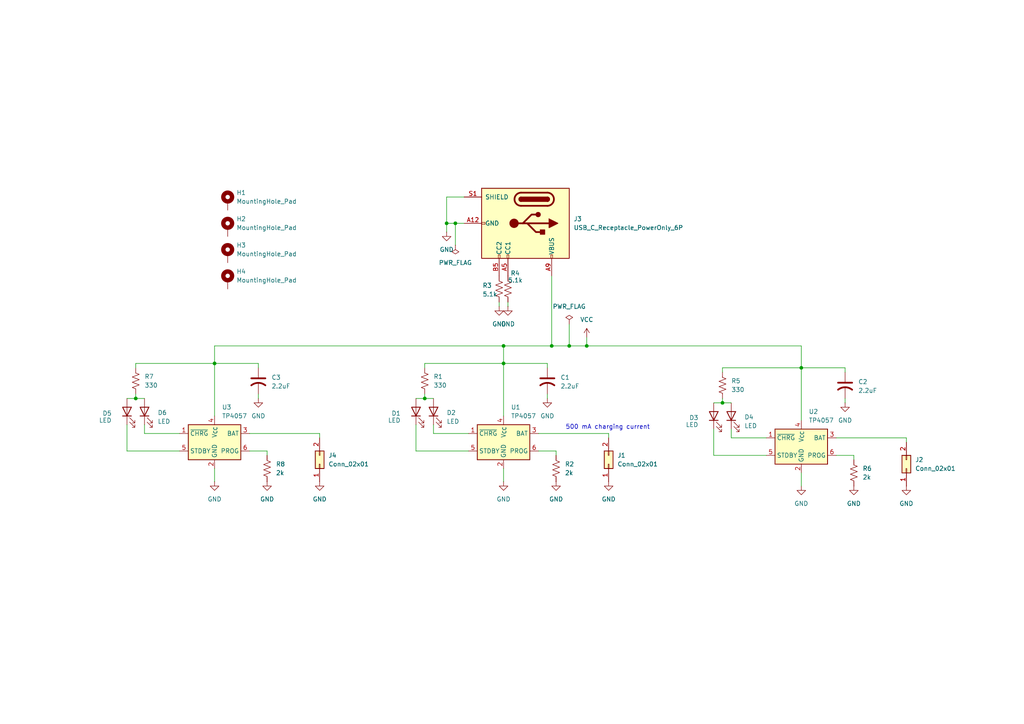
<source format=kicad_sch>
(kicad_sch (version 20250114) (generator "eeschema") (generator_version "9.0")
  (paper "A4")
  (lib_symbols
    (symbol "Battery_Management:TP4057"
      (property "Reference" "U" (at -6.35 6.604 0))
      (property "Value" "TP4057" (at 1.524 6.604 0))
      (symbol "TP4057_0_1"
        (rectangle (start -7.62 5.08) (end 7.62 -5.08) (stroke (width 0.254)) (fill (type background)))
      )
      (symbol "TP4057_1_1"
        (pin open_collector line (at -10.16 2.54 0) (length 2.54) (name "~{CHRG}") (number "1"))
        (pin open_collector line (at -10.16 -2.54 0) (length 2.54) (name "STDBY") (number "5"))
        (pin power_in line (at 0 7.62 270) (length 2.54) (name "V_{CC}") (number "4"))
        (pin power_in line (at 0 -7.62 90) (length 2.54) (name "GND") (number "2"))
        (pin power_out line (at 10.16 2.54 180) (length 2.54) (name "BAT") (number "3"))
        (pin passive line (at 10.16 -2.54 180) (length 2.54) (name "PROG") (number "6"))
      )
    )
    (symbol "Connector:USB_C_Receptacle_PowerOnly_6P" (pin_names (offset 1.016))
      (property "Reference" "J" (at 0 16.51 0))
      (property "Value" "USB_C_Receptacle_PowerOnly_6P" (at 0 13.97 0))
      (symbol "USB_C_Receptacle_PowerOnly_6P_0_0"
        (rectangle (start -0.254 -12.7) (end 0.254 -11.684))
        (rectangle (start 10.16 7.874) (end 9.144 7.366))
        (rectangle (start 10.16 -4.826) (end 9.144 -5.334))
        (rectangle (start 10.16 -7.366) (end 9.144 -7.874))
      )
      (symbol "USB_C_Receptacle_PowerOnly_6P_0_1"
        (rectangle (start -10.16 12.7) (end 10.16 -12.7) (stroke (width 0.254)) (fill (type background)))
        (polyline (pts (xy -8.89 -1.27) (xy -8.89 6.35)) (stroke (width 0.508)))
        (rectangle (start -7.62 -1.27) (end -6.35 6.35) (stroke (width 0.254)) (fill (type outline)))
        (arc (start -7.62 6.35) (mid -6.985 6.9823) (end -6.35 6.35) (stroke (width 0.254)))
        (arc (start -7.62 6.35) (mid -6.985 6.9823) (end -6.35 6.35) (stroke (width 0.254)) (fill (type outline)))
        (arc (start -8.89 6.35) (mid -6.985 8.2467) (end -5.08 6.35) (stroke (width 0.508)))
        (arc (start -5.08 -1.27) (mid -6.985 -3.1667) (end -8.89 -1.27) (stroke (width 0.508)))
        (arc (start -6.35 -1.27) (mid -6.985 -1.9023) (end -7.62 -1.27) (stroke (width 0.254)))
        (arc (start -6.35 -1.27) (mid -6.985 -1.9023) (end -7.62 -1.27) (stroke (width 0.254)) (fill (type outline)))
        (polyline (pts (xy -5.08 6.35) (xy -5.08 -1.27)) (stroke (width 0.508)))
        (circle (center -2.54 3.683) (radius 0.635) (stroke (width 0.254)) (fill (type outline)))
        (polyline (pts (xy -1.27 6.858) (xy 0 9.398) (xy 1.27 6.858) (xy -1.27 6.858)) (stroke (width 0.254)) (fill (type outline)))
        (polyline (pts (xy 0 0.508) (xy 2.54 3.048) (xy 2.54 4.318)) (stroke (width 0.508)))
        (polyline (pts (xy 0 -0.762) (xy -2.54 1.778) (xy -2.54 3.048)) (stroke (width 0.508)))
        (polyline (pts (xy 0 -3.302) (xy 0 6.858)) (stroke (width 0.508)))
        (circle (center 0 -3.302) (radius 1.27) (fill (type outline)))
        (rectangle (start 1.905 4.318) (end 3.175 5.588) (stroke (width 0.254)) (fill (type outline)))
      )
      (symbol "USB_C_Receptacle_PowerOnly_6P_1_1"
        (pin passive line (at -7.62 -17.78 90) (length 5.08) (name "SHIELD") (number "S1"))
        (pin passive line (at 0 -17.78 90) (length 5.08) (name "GND") (number "A12"))
        (pin passive line (at 0 -17.78 90) (length 5.08) (hide yes) (name "GND") (number "B12"))
        (pin passive line (at 15.24 7.62 180) (length 5.08) (name "VBUS") (number "A9"))
        (pin passive line (at 15.24 7.62 180) (length 5.08) (hide yes) (name "VBUS") (number "B9"))
        (pin bidirectional line (at 15.24 -5.08 180) (length 5.08) (name "CC1") (number "A5"))
        (pin bidirectional line (at 15.24 -7.62 180) (length 5.08) (name "CC2") (number "B5"))
      )
    )
    (symbol "Connector_Generic:Conn_02x01" (pin_names (offset 1.016) (hide yes))
      (property "Reference" "J" (at 1.27 2.54 0))
      (property "Value" "Conn_02x01" (at 1.27 -2.54 0))
      (symbol "Conn_02x01_1_1"
        (rectangle (start -1.27 1.27) (end 3.81 -1.27) (stroke (width 0.254)) (fill (type background)))
        (rectangle (start -1.27 0.127) (end 0 -0.127) (stroke (width 0.1524)))
        (rectangle (start 3.81 0.127) (end 2.54 -0.127) (stroke (width 0.1524)))
        (pin passive line (at -5.08 0 0) (length 3.81) (name "Pin_1") (number "1"))
        (pin passive line (at 7.62 0 180) (length 3.81) (name "Pin_2") (number "2"))
      )
    )
    (symbol "Device:C_US" (pin_numbers (hide yes)) (pin_names (offset 0.254) (hide yes))
      (property "Reference" "C" (at 0.635 2.54 0))
      (property "Value" "C_US" (at 0.635 -2.54 0))
      (symbol "C_US_0_1"
        (polyline (pts (xy -2.032 0.762) (xy 2.032 0.762)) (stroke (width 0.508)))
        (arc (start -2.032 -1.27) (mid 0 -0.5572) (end 2.032 -1.27) (stroke (width 0.508)))
      )
      (symbol "C_US_1_1"
        (pin passive line (at 0 3.81 270) (length 2.794) (name "~") (number "1"))
        (pin passive line (at 0 -3.81 90) (length 3.302) (name "~") (number "2"))
      )
    )
    (symbol "Device:LED" (pin_numbers (hide yes)) (pin_names (offset 1.016) (hide yes))
      (property "Reference" "D" (at 0 2.54 0))
      (property "Value" "LED" (at 0 -2.54 0))
      (symbol "LED_0_1"
        (polyline (pts (xy -3.048 -0.762) (xy -4.572 -2.286) (xy -3.81 -2.286) (xy -4.572 -2.286) (xy -4.572 -1.524)))
        (polyline (pts (xy -1.778 -0.762) (xy -3.302 -2.286) (xy -2.54 -2.286) (xy -3.302 -2.286) (xy -3.302 -1.524)))
        (polyline (pts (xy -1.27 0) (xy 1.27 0)))
        (polyline (pts (xy -1.27 -1.27) (xy -1.27 1.27)) (stroke (width 0.254)))
        (polyline (pts (xy 1.27 -1.27) (xy 1.27 1.27) (xy -1.27 0) (xy 1.27 -1.27)) (stroke (width 0.254)))
      )
      (symbol "LED_1_1"
        (pin passive line (at -3.81 0 0) (length 2.54) (name "K") (number "1"))
        (pin passive line (at 3.81 0 180) (length 2.54) (name "A") (number "2"))
      )
    )
    (symbol "Device:R_US" (pin_numbers (hide yes)) (pin_names (offset 0))
      (property "Reference" "R" (at 2.54 0 90))
      (property "Value" "R_US" (at -2.54 0 90))
      (symbol "R_US_0_1"
        (polyline (pts (xy 0 2.286) (xy 0 2.54)))
        (polyline (pts (xy 0 2.286) (xy 1.016 1.905) (xy 0 1.524) (xy -1.016 1.143) (xy 0 0.762)))
        (polyline (pts (xy 0 0.762) (xy 1.016 0.381) (xy 0 0) (xy -1.016 -0.381) (xy 0 -0.762)))
        (polyline (pts (xy 0 -0.762) (xy 1.016 -1.143) (xy 0 -1.524) (xy -1.016 -1.905) (xy 0 -2.286)))
        (polyline (pts (xy 0 -2.286) (xy 0 -2.54)))
      )
      (symbol "R_US_1_1"
        (pin passive line (at 0 3.81 270) (length 1.27) (name "~") (number "1"))
        (pin passive line (at 0 -3.81 90) (length 1.27) (name "~") (number "2"))
      )
    )
    (symbol "Mechanical:MountingHole_Pad" (pin_numbers (hide yes)) (pin_names (offset 1.016) (hide yes)) (in_bom no)
      (property "Reference" "H" (at 0 6.35 0))
      (property "Value" "MountingHole_Pad" (at 0 4.445 0))
      (symbol "MountingHole_Pad_0_1"
        (circle (center 0 1.27) (radius 1.27) (stroke (width 1.27)))
      )
      (symbol "MountingHole_Pad_1_1"
        (pin input line (at 0 -2.54 90) (length 2.54) (name "1") (number "1"))
      )
    )
    (symbol "power:GND" (power) (pin_numbers (hide yes)) (pin_names (offset 0) (hide yes))
      (property "Value" "GND" (at 0 -3.81 0))
      (symbol "GND_0_1"
        (polyline (pts (xy 0 0) (xy 0 -1.27) (xy 1.27 -1.27) (xy 0 -2.54) (xy -1.27 -1.27) (xy 0 -1.27)))
      )
      (symbol "GND_1_1"
        (pin power_in line (at 0 0 270) (length 0) (name "~") (number "1"))
      )
    )
    (symbol "power:PWR_FLAG" (power) (pin_numbers (hide yes)) (pin_names (offset 0) (hide yes))
      (property "Value" "PWR_FLAG" (at 0 3.81 0))
      (symbol "PWR_FLAG_0_0"
        (pin power_out line (at 0 0 90) (length 0) (name "~") (number "1"))
      )
      (symbol "PWR_FLAG_0_1"
        (polyline (pts (xy 0 0) (xy 0 1.27) (xy -1.016 1.905) (xy 0 2.54) (xy 1.016 1.905) (xy 0 1.27)))
      )
    )
    (symbol "power:VCC" (power) (pin_numbers (hide yes)) (pin_names (offset 0) (hide yes))
      (property "Value" "VCC" (at 0 3.556 0))
      (symbol "VCC_0_1"
        (polyline (pts (xy -0.762 1.27) (xy 0 2.54)))
        (polyline (pts (xy 0 2.54) (xy 0.762 1.27)))
        (polyline (pts (xy 0 0) (xy 0 2.54)))
      )
      (symbol "VCC_1_1"
        (pin power_in line (at 0 0 90) (length 0) (name "~") (number "1"))
      )
    )
  )
  (text "500 mA charging current" (at 176.276 123.952 0) (effects (font (size 1.27 1.27))))
  (junction (at 146.05 100.33))
  (junction (at 129.54 64.77))
  (junction (at 160.02 100.33))
  (junction (at 39.37 115.57))
  (junction (at 123.19 115.57))
  (junction (at 209.55 116.84))
  (junction (at 62.23 105.41))
  (junction (at 165.1 100.33))
  (junction (at 170.18 100.33))
  (junction (at 132.08 64.77))
  (junction (at 232.41 106.68))
  (junction (at 146.05 105.41))
  (wire (pts (xy 120.65 123.19) (xy 120.65 130.81)))
  (wire (pts (xy 123.19 115.57) (xy 125.73 115.57)))
  (wire (pts (xy 144.78 88.9) (xy 144.78 87.63)))
  (wire (pts (xy 170.18 100.33) (xy 232.41 100.33)))
  (wire (pts (xy 165.1 100.33) (xy 160.02 100.33)))
  (wire (pts (xy 129.54 64.77) (xy 129.54 67.31)))
  (wire (pts (xy 160.02 80.01) (xy 160.02 100.33)))
  (wire (pts (xy 245.11 115.57) (xy 245.11 116.84)))
  (wire (pts (xy 242.57 127) (xy 262.89 127)))
  (wire (pts (xy 123.19 105.41) (xy 146.05 105.41)))
  (wire (pts (xy 132.08 71.12) (xy 132.08 64.77)))
  (wire (pts (xy 156.21 130.81) (xy 161.29 130.81)))
  (wire (pts (xy 156.21 125.73) (xy 176.53 125.73)))
  (wire (pts (xy 158.75 114.3) (xy 158.75 115.57)))
  (wire (pts (xy 132.08 64.77) (xy 129.54 64.77)))
  (wire (pts (xy 72.39 130.81) (xy 77.47 130.81)))
  (wire (pts (xy 232.41 100.33) (xy 232.41 106.68)))
  (wire (pts (xy 74.93 114.3) (xy 74.93 115.57)))
  (wire (pts (xy 123.19 105.41) (xy 123.19 106.68)))
  (wire (pts (xy 77.47 130.81) (xy 77.47 132.08)))
  (wire (pts (xy 176.53 125.73) (xy 176.53 127)))
  (wire (pts (xy 41.91 125.73) (xy 52.07 125.73)))
  (wire (pts (xy 39.37 105.41) (xy 39.37 106.68)))
  (wire (pts (xy 262.89 127) (xy 262.89 128.27)))
  (wire (pts (xy 125.73 123.19) (xy 125.73 125.73)))
  (wire (pts (xy 146.05 105.41) (xy 146.05 120.65)))
  (wire (pts (xy 62.23 100.33) (xy 62.23 105.41)))
  (wire (pts (xy 120.65 130.81) (xy 135.89 130.81)))
  (wire (pts (xy 125.73 125.73) (xy 135.89 125.73)))
  (wire (pts (xy 129.54 64.77) (xy 129.54 57.15)))
  (wire (pts (xy 232.41 106.68) (xy 245.11 106.68)))
  (wire (pts (xy 39.37 105.41) (xy 62.23 105.41)))
  (wire (pts (xy 147.32 87.63) (xy 147.32 88.9)))
  (wire (pts (xy 207.01 116.84) (xy 209.55 116.84)))
  (wire (pts (xy 207.01 124.46) (xy 207.01 132.08)))
  (wire (pts (xy 123.19 114.3) (xy 123.19 115.57)))
  (wire (pts (xy 212.09 127) (xy 222.25 127)))
  (wire (pts (xy 207.01 132.08) (xy 222.25 132.08)))
  (wire (pts (xy 160.02 100.33) (xy 146.05 100.33)))
  (wire (pts (xy 120.65 115.57) (xy 123.19 115.57)))
  (wire (pts (xy 62.23 105.41) (xy 62.23 120.65)))
  (wire (pts (xy 129.54 57.15) (xy 134.62 57.15)))
  (wire (pts (xy 232.41 137.16) (xy 232.41 140.97)))
  (wire (pts (xy 209.55 116.84) (xy 212.09 116.84)))
  (wire (pts (xy 209.55 106.68) (xy 209.55 107.95)))
  (wire (pts (xy 170.18 100.33) (xy 170.18 97.79)))
  (wire (pts (xy 39.37 115.57) (xy 41.91 115.57)))
  (wire (pts (xy 232.41 106.68) (xy 232.41 121.92)))
  (wire (pts (xy 146.05 135.89) (xy 146.05 139.7)))
  (wire (pts (xy 72.39 125.73) (xy 92.71 125.73)))
  (wire (pts (xy 39.37 114.3) (xy 39.37 115.57)))
  (wire (pts (xy 245.11 106.68) (xy 245.11 107.95)))
  (wire (pts (xy 212.09 124.46) (xy 212.09 127)))
  (wire (pts (xy 158.75 105.41) (xy 158.75 106.68)))
  (wire (pts (xy 146.05 100.33) (xy 146.05 105.41)))
  (wire (pts (xy 242.57 132.08) (xy 247.65 132.08)))
  (wire (pts (xy 134.62 64.77) (xy 132.08 64.77)))
  (wire (pts (xy 36.83 115.57) (xy 39.37 115.57)))
  (wire (pts (xy 62.23 105.41) (xy 74.93 105.41)))
  (wire (pts (xy 36.83 130.81) (xy 52.07 130.81)))
  (wire (pts (xy 74.93 105.41) (xy 74.93 106.68)))
  (wire (pts (xy 209.55 106.68) (xy 232.41 106.68)))
  (wire (pts (xy 165.1 93.98) (xy 165.1 100.33)))
  (wire (pts (xy 92.71 125.73) (xy 92.71 127)))
  (wire (pts (xy 165.1 100.33) (xy 170.18 100.33)))
  (wire (pts (xy 62.23 135.89) (xy 62.23 139.7)))
  (wire (pts (xy 41.91 123.19) (xy 41.91 125.73)))
  (wire (pts (xy 209.55 115.57) (xy 209.55 116.84)))
  (wire (pts (xy 146.05 100.33) (xy 62.23 100.33)))
  (wire (pts (xy 247.65 132.08) (xy 247.65 133.35)))
  (wire (pts (xy 146.05 105.41) (xy 158.75 105.41)))
  (wire (pts (xy 36.83 123.19) (xy 36.83 130.81)))
  (wire (pts (xy 161.29 130.81) (xy 161.29 132.08)))
  (symbol (lib_id "power:GND") (at 176.53 139.7 0) (unit 1)
    (property "Reference" "#PWR05" (effects (hide yes)))
    (property "Value" "GND" (at 176.53 144.78 0))
    (property "Description" "Power symbol creates a global label with name \"GND\" , ground" (effects (hide yes)))
  )
  (symbol (lib_id "power:GND") (at 146.05 139.7 0) (unit 1)
    (property "Reference" "#PWR01" (effects (hide yes)))
    (property "Value" "GND" (at 146.05 144.78 0))
    (property "Description" "Power symbol creates a global label with name \"GND\" , ground" (effects (hide yes)))
  )
  (symbol (lib_id "Mechanical:MountingHole_Pad") (at 66.04 81.28 0) (unit 1) (in_bom no)
    (property "Reference" "H4" (at 68.58 78.7399 0) (effects (justify left)))
    (property "Value" "MountingHole_Pad" (at 68.58 81.2799 0) (effects (justify left)))
    (property "Footprint" "MountingHole:MountingHole_2.2mm_M2_Pad" (effects (hide yes)))
    (property "Description" "Mounting Hole with connection" (effects (hide yes)))
  )
  (symbol (lib_id "Device:LED") (at 207.01 120.65 90) (unit 1)
    (property "Reference" "D3" (at 199.898 121.158 90) (effects (justify right)))
    (property "Value" "LED" (at 198.882 123.19 90) (effects (justify right)))
    (property "Footprint" "LED_SMD:LED_0805_2012Metric_Pad1.15x1.40mm_HandSolder" (effects (hide yes)))
    (property "Description" "Light emitting diode" (effects (hide yes)))
    (property "Sim.Pins" "1=K 2=A" (effects (hide yes)))
  )
  (symbol (lib_id "Device:C_US") (at 158.75 110.49 0) (unit 1)
    (property "Reference" "C1" (at 162.56 109.4739 0) (effects (justify left)))
    (property "Value" "2.2uF" (at 162.56 112.0139 0) (effects (justify left)))
    (property "Footprint" "Capacitor_SMD:C_0603_2012Metric" (effects (hide yes)))
    (property "Description" "capacitor, US symbol" (effects (hide yes)))
  )
  (symbol (lib_id "Device:R_US") (at 247.65 137.16 0) (unit 1)
    (property "Reference" "R6" (at 250.19 135.8899 0) (effects (justify left)))
    (property "Value" "2k" (at 250.19 138.4299 0) (effects (justify left)))
    (property "Footprint" "Resistor_SMD:R_0805_2012Metric_Pad1.20x1.40mm_HandSolder" (effects (hide yes)))
    (property "Description" "Resistor, US symbol" (effects (hide yes)))
  )
  (symbol (lib_id "Connector_Generic:Conn_02x01") (at 262.89 135.89 90) (unit 1)
    (property "Reference" "J2" (at 265.43 133.3499 90) (effects (justify right)))
    (property "Value" "Conn_02x01" (at 265.43 135.8899 90) (effects (justify right)))
    (property "Footprint" "Connector_JST:JST_PH_B2B-PH-SM4-TB_1x02-1MP_P2.00mm_Vertical" (effects (hide yes)))
    (property "Description" "Generic connector, double row, 02x01, this symbol is compatible with counter-clockwise, top-bottom and odd-even numbering schemes., script generated (kicad-library-utils/schlib/autogen/connector/)" (effects (hide yes)))
  )
  (symbol (lib_id "Device:R_US") (at 161.29 135.89 0) (unit 1)
    (property "Reference" "R2" (at 163.83 134.6199 0) (effects (justify left)))
    (property "Value" "2k" (at 163.83 137.1599 0) (effects (justify left)))
    (property "Footprint" "Resistor_SMD:R_0805_2012Metric_Pad1.20x1.40mm_HandSolder" (effects (hide yes)))
    (property "Description" "Resistor, US symbol" (effects (hide yes)))
  )
  (symbol (lib_id "power:GND") (at 92.71 139.7 0) (unit 1)
    (property "Reference" "#PWR016" (effects (hide yes)))
    (property "Value" "GND" (at 92.71 144.78 0))
    (property "Description" "Power symbol creates a global label with name \"GND\" , ground" (effects (hide yes)))
  )
  (symbol (lib_id "Battery_Management:TP4057") (at 146.05 128.27 0) (unit 1)
    (property "Reference" "U1" (at 148.1933 118.11 0) (effects (justify left)))
    (property "Value" "TP4057" (at 148.1933 120.65 0) (effects (justify left)))
    (property "Footprint" "Package_TO_SOT_SMD:TSOT-23-6" (effects (hide yes)))
    (property "Datasheet" "http://toppwr.com/uploadfile/file/20230304/640302a47b738.pdf" (effects (hide yes)))
    (property "Description" "Constant-current/constant-voltage linear charger for single cell lithium-ion batteries with 2.9V Trickle Charge, 4.5V to 6.5V VDD, -40 to +85 degree Celsius, TSOT-23-6" (effects (hide yes)))
  )
  (symbol (lib_id "power:PWR_FLAG") (at 132.08 71.12 180) (unit 1)
    (property "Reference" "#FLG02" (effects (hide yes)))
    (property "Value" "PWR_FLAG" (at 132.08 76.2 0))
    (property "Description" "Special symbol for telling ERC where power comes from" (effects (hide yes)))
  )
  (symbol (lib_id "Device:R_US") (at 209.55 111.76 0) (unit 1)
    (property "Reference" "R5" (at 212.09 110.4899 0) (effects (justify left)))
    (property "Value" "330" (at 212.09 113.0299 0) (effects (justify left)))
    (property "Footprint" "Resistor_SMD:R_0805_2012Metric_Pad1.20x1.40mm_HandSolder" (effects (hide yes)))
    (property "Description" "Resistor, US symbol" (effects (hide yes)))
  )
  (symbol (lib_id "power:GND") (at 144.78 88.9 0) (unit 1)
    (property "Reference" "#PWR04" (effects (hide yes)))
    (property "Value" "GND" (at 144.78 93.98 0))
    (property "Description" "Power symbol creates a global label with name \"GND\" , ground" (effects (hide yes)))
  )
  (symbol (lib_id "Mechanical:MountingHole_Pad") (at 66.04 58.42 0) (unit 1) (in_bom no)
    (property "Reference" "H1" (at 68.58 55.8799 0) (effects (justify left)))
    (property "Value" "MountingHole_Pad" (at 68.58 58.4199 0) (effects (justify left)))
    (property "Footprint" "MountingHole:MountingHole_2.2mm_M2_Pad" (effects (hide yes)))
    (property "Description" "Mounting Hole with connection" (effects (hide yes)))
  )
  (symbol (lib_id "Battery_Management:TP4057") (at 232.41 129.54 0) (unit 1)
    (property "Reference" "U2" (at 234.5533 119.38 0) (effects (justify left)))
    (property "Value" "TP4057" (at 234.5533 121.92 0) (effects (justify left)))
    (property "Footprint" "Package_TO_SOT_SMD:TSOT-23-6" (effects (hide yes)))
    (property "Datasheet" "http://toppwr.com/uploadfile/file/20230304/640302a47b738.pdf" (effects (hide yes)))
    (property "Description" "Constant-current/constant-voltage linear charger for single cell lithium-ion batteries with 2.9V Trickle Charge, 4.5V to 6.5V VDD, -40 to +85 degree Celsius, TSOT-23-6" (effects (hide yes)))
  )
  (symbol (lib_id "power:GND") (at 129.54 67.31 0) (unit 1)
    (property "Reference" "#PWR08" (effects (hide yes)))
    (property "Value" "GND" (at 129.54 72.39 0))
    (property "Description" "Power symbol creates a global label with name \"GND\" , ground" (effects (hide yes)))
  )
  (symbol (lib_id "Device:R_US") (at 77.47 135.89 0) (unit 1)
    (property "Reference" "R8" (at 80.01 134.6199 0) (effects (justify left)))
    (property "Value" "2k" (at 80.01 137.1599 0) (effects (justify left)))
    (property "Footprint" "Resistor_SMD:R_0805_2012Metric_Pad1.20x1.40mm_HandSolder" (effects (hide yes)))
    (property "Description" "Resistor, US symbol" (effects (hide yes)))
  )
  (symbol (lib_id "power:GND") (at 147.32 88.9 0) (unit 1)
    (property "Reference" "#PWR06" (effects (hide yes)))
    (property "Value" "GND" (at 147.32 93.98 0))
    (property "Description" "Power symbol creates a global label with name \"GND\" , ground" (effects (hide yes)))
  )
  (symbol (lib_id "power:GND") (at 232.41 140.97 0) (unit 1)
    (property "Reference" "#PWR09" (effects (hide yes)))
    (property "Value" "GND" (at 232.41 146.05 0))
    (property "Description" "Power symbol creates a global label with name \"GND\" , ground" (effects (hide yes)))
  )
  (symbol (lib_id "Device:LED") (at 212.09 120.65 90) (unit 1)
    (property "Reference" "D4" (at 215.9 120.9674 90) (effects (justify right)))
    (property "Value" "LED" (at 215.9 123.5074 90) (effects (justify right)))
    (property "Footprint" "LED_SMD:LED_0805_2012Metric_Pad1.15x1.40mm_HandSolder" (effects (hide yes)))
    (property "Description" "Light emitting diode" (effects (hide yes)))
    (property "Sim.Pins" "1=K 2=A" (effects (hide yes)))
  )
  (symbol (lib_id "Mechanical:MountingHole_Pad") (at 66.04 66.04 0) (unit 1) (in_bom no)
    (property "Reference" "H2" (at 68.58 63.4999 0) (effects (justify left)))
    (property "Value" "MountingHole_Pad" (at 68.58 66.0399 0) (effects (justify left)))
    (property "Footprint" "MountingHole:MountingHole_2.2mm_M2_Pad" (effects (hide yes)))
    (property "Description" "Mounting Hole with connection" (effects (hide yes)))
  )
  (symbol (lib_id "Connector_Generic:Conn_02x01") (at 176.53 134.62 90) (unit 1)
    (property "Reference" "J1" (at 179.07 132.0799 90) (effects (justify right)))
    (property "Value" "Conn_02x01" (at 179.07 134.6199 90) (effects (justify right)))
    (property "Footprint" "Connector_JST:JST_PH_B2B-PH-SM4-TB_1x02-1MP_P2.00mm_Vertical" (effects (hide yes)))
    (property "Description" "Generic connector, double row, 02x01, this symbol is compatible with counter-clockwise, top-bottom and odd-even numbering schemes., script generated (kicad-library-utils/schlib/autogen/connector/)" (effects (hide yes)))
  )
  (symbol (lib_id "Device:LED") (at 120.65 119.38 90) (unit 1)
    (property "Reference" "D1" (at 113.538 119.888 90) (effects (justify right)))
    (property "Value" "LED" (at 112.522 121.92 90) (effects (justify right)))
    (property "Footprint" "LED_SMD:LED_0805_2012Metric_Pad1.15x1.40mm_HandSolder" (effects (hide yes)))
    (property "Description" "Light emitting diode" (effects (hide yes)))
    (property "Sim.Pins" "1=K 2=A" (effects (hide yes)))
  )
  (symbol (lib_id "Device:LED") (at 125.73 119.38 90) (unit 1)
    (property "Reference" "D2" (at 129.54 119.6974 90) (effects (justify right)))
    (property "Value" "LED" (at 129.54 122.2374 90) (effects (justify right)))
    (property "Footprint" "LED_SMD:LED_0805_2012Metric_Pad1.15x1.40mm_HandSolder" (effects (hide yes)))
    (property "Description" "Light emitting diode" (effects (hide yes)))
    (property "Sim.Pins" "1=K 2=A" (effects (hide yes)))
  )
  (symbol (lib_id "Mechanical:MountingHole_Pad") (at 66.04 73.66 0) (unit 1) (in_bom no)
    (property "Reference" "H3" (at 68.58 71.1199 0) (effects (justify left)))
    (property "Value" "MountingHole_Pad" (at 68.58 73.6599 0) (effects (justify left)))
    (property "Footprint" "MountingHole:MountingHole_2.2mm_M2_Pad" (effects (hide yes)))
    (property "Description" "Mounting Hole with connection" (effects (hide yes)))
  )
  (symbol (lib_id "Device:C_US") (at 245.11 111.76 0) (unit 1)
    (property "Reference" "C2" (at 248.92 110.7439 0) (effects (justify left)))
    (property "Value" "2.2uF" (at 248.92 113.2839 0) (effects (justify left)))
    (property "Footprint" "Capacitor_SMD:C_0603_2012Metric" (effects (hide yes)))
    (property "Description" "capacitor, US symbol" (effects (hide yes)))
  )
  (symbol (lib_id "power:GND") (at 262.89 140.97 0) (unit 1)
    (property "Reference" "#PWR012" (effects (hide yes)))
    (property "Value" "GND" (at 262.89 146.05 0))
    (property "Description" "Power symbol creates a global label with name \"GND\" , ground" (effects (hide yes)))
  )
  (symbol (lib_id "Battery_Management:TP4057") (at 62.23 128.27 0) (unit 1)
    (property "Reference" "U3" (at 64.3733 118.11 0) (effects (justify left)))
    (property "Value" "TP4057" (at 64.3733 120.65 0) (effects (justify left)))
    (property "Footprint" "Package_TO_SOT_SMD:TSOT-23-6" (effects (hide yes)))
    (property "Datasheet" "http://toppwr.com/uploadfile/file/20230304/640302a47b738.pdf" (effects (hide yes)))
    (property "Description" "Constant-current/constant-voltage linear charger for single cell lithium-ion batteries with 2.9V Trickle Charge, 4.5V to 6.5V VDD, -40 to +85 degree Celsius, TSOT-23-6" (effects (hide yes)))
  )
  (symbol (lib_id "power:PWR_FLAG") (at 165.1 93.98 0) (unit 1)
    (property "Reference" "#FLG01" (effects (hide yes)))
    (property "Value" "PWR_FLAG" (at 165.1 88.9 0))
    (property "Description" "Special symbol for telling ERC where power comes from" (effects (hide yes)))
  )
  (symbol (lib_id "power:VCC") (at 170.18 97.79 0) (unit 1)
    (property "Reference" "#PWR07" (effects (hide yes)))
    (property "Value" "VCC" (at 170.18 92.71 0))
    (property "Description" "Power symbol creates a global label with name \"VCC\"" (effects (hide yes)))
  )
  (symbol (lib_id "Device:R_US") (at 123.19 110.49 0) (unit 1)
    (property "Reference" "R1" (at 125.73 109.2199 0) (effects (justify left)))
    (property "Value" "330" (at 125.73 111.7599 0) (effects (justify left)))
    (property "Footprint" "Resistor_SMD:R_0805_2012Metric_Pad1.20x1.40mm_HandSolder" (effects (hide yes)))
    (property "Description" "Resistor, US symbol" (effects (hide yes)))
  )
  (symbol (lib_id "Device:LED") (at 36.83 119.38 90) (unit 1)
    (property "Reference" "D5" (at 29.718 119.888 90) (effects (justify right)))
    (property "Value" "LED" (at 28.702 121.92 90) (effects (justify right)))
    (property "Footprint" "LED_SMD:LED_0805_2012Metric_Pad1.15x1.40mm_HandSolder" (effects (hide yes)))
    (property "Description" "Light emitting diode" (effects (hide yes)))
    (property "Sim.Pins" "1=K 2=A" (effects (hide yes)))
  )
  (symbol (lib_id "power:GND") (at 77.47 139.7 0) (unit 1)
    (property "Reference" "#PWR015" (effects (hide yes)))
    (property "Value" "GND" (at 77.47 144.78 0))
    (property "Description" "Power symbol creates a global label with name \"GND\" , ground" (effects (hide yes)))
  )
  (symbol (lib_id "Device:LED") (at 41.91 119.38 90) (unit 1)
    (property "Reference" "D6" (at 45.72 119.6974 90) (effects (justify right)))
    (property "Value" "LED" (at 45.72 122.2374 90) (effects (justify right)))
    (property "Footprint" "LED_SMD:LED_0805_2012Metric_Pad1.15x1.40mm_HandSolder" (effects (hide yes)))
    (property "Description" "Light emitting diode" (effects (hide yes)))
    (property "Sim.Pins" "1=K 2=A" (effects (hide yes)))
  )
  (symbol (lib_id "Device:R_US") (at 39.37 110.49 0) (unit 1)
    (property "Reference" "R7" (at 41.91 109.2199 0) (effects (justify left)))
    (property "Value" "330" (at 41.91 111.7599 0) (effects (justify left)))
    (property "Footprint" "Resistor_SMD:R_0805_2012Metric_Pad1.20x1.40mm_HandSolder" (effects (hide yes)))
    (property "Description" "Resistor, US symbol" (effects (hide yes)))
  )
  (symbol (lib_id "power:GND") (at 62.23 139.7 0) (unit 1)
    (property "Reference" "#PWR013" (effects (hide yes)))
    (property "Value" "GND" (at 62.23 144.78 0))
    (property "Description" "Power symbol creates a global label with name \"GND\" , ground" (effects (hide yes)))
  )
  (symbol (lib_id "Device:R_US") (at 144.78 83.82 0) (unit 1)
    (property "Reference" "R3" (at 139.954 82.804 0) (effects (justify left)))
    (property "Value" "5.1k" (at 139.954 85.344 0) (effects (justify left)))
    (property "Footprint" "Resistor_SMD:R_0805_2012Metric_Pad1.20x1.40mm_HandSolder" (effects (hide yes)))
    (property "Description" "Resistor, US symbol" (effects (hide yes)))
  )
  (symbol (lib_id "Device:R_US") (at 147.32 83.82 0) (unit 1)
    (property "Reference" "R4" (at 148.082 79.248 0) (effects (justify left)))
    (property "Value" "5.1k" (at 147.32 81.28 0) (effects (justify left)))
    (property "Footprint" "Resistor_SMD:R_0805_2012Metric_Pad1.20x1.40mm_HandSolder" (effects (hide yes)))
    (property "Description" "Resistor, US symbol" (effects (hide yes)))
  )
  (symbol (lib_id "Connector:USB_C_Receptacle_PowerOnly_6P") (at 152.4 64.77 270) (unit 1)
    (property "Reference" "J3" (at 166.37 63.4999 90) (effects (justify left)))
    (property "Value" "USB_C_Receptacle_PowerOnly_6P" (at 166.37 66.0399 90) (effects (justify left)))
    (property "Footprint" "Connector_USB:USB_C_Receptacle_GCT_USB4125-xx-x_6P_TopMnt_Horizontal" (effects (hide yes)))
    (property "Datasheet" "https://www.usb.org/sites/default/files/documents/usb_type-c.zip" (effects (hide yes)))
    (property "Description" "USB Power-Only 6P Type-C Receptacle connector" (effects (hide yes)))
  )
  (symbol (lib_id "Device:C_US") (at 74.93 110.49 0) (unit 1)
    (property "Reference" "C3" (at 78.74 109.4739 0) (effects (justify left)))
    (property "Value" "2.2uF" (at 78.74 112.0139 0) (effects (justify left)))
    (property "Footprint" "Capacitor_SMD:C_0603_2012Metric" (effects (hide yes)))
    (property "Description" "capacitor, US symbol" (effects (hide yes)))
  )
  (symbol (lib_id "power:GND") (at 161.29 139.7 0) (unit 1)
    (property "Reference" "#PWR02" (effects (hide yes)))
    (property "Value" "GND" (at 161.29 144.78 0))
    (property "Description" "Power symbol creates a global label with name \"GND\" , ground" (effects (hide yes)))
  )
  (symbol (lib_id "Connector_Generic:Conn_02x01") (at 92.71 134.62 90) (unit 1)
    (property "Reference" "J4" (at 95.25 132.0799 90) (effects (justify right)))
    (property "Value" "Conn_02x01" (at 95.25 134.6199 90) (effects (justify right)))
    (property "Footprint" "Connector_JST:JST_PH_B2B-PH-SM4-TB_1x02-1MP_P2.00mm_Vertical" (effects (hide yes)))
    (property "Description" "Generic connector, double row, 02x01, this symbol is compatible with counter-clockwise, top-bottom and odd-even numbering schemes., script generated (kicad-library-utils/schlib/autogen/connector/)" (effects (hide yes)))
  )
  (symbol (lib_id "power:GND") (at 247.65 140.97 0) (unit 1)
    (property "Reference" "#PWR011" (effects (hide yes)))
    (property "Value" "GND" (at 247.65 146.05 0))
    (property "Description" "Power symbol creates a global label with name \"GND\" , ground" (effects (hide yes)))
  )
  (symbol (lib_id "power:GND") (at 158.75 115.57 0) (unit 1)
    (property "Reference" "#PWR03" (effects (hide yes)))
    (property "Value" "GND" (at 158.75 120.65 0))
    (property "Description" "Power symbol creates a global label with name \"GND\" , ground" (effects (hide yes)))
  )
  (symbol (lib_id "power:GND") (at 245.11 116.84 0) (unit 1)
    (property "Reference" "#PWR010" (effects (hide yes)))
    (property "Value" "GND" (at 245.11 121.92 0))
    (property "Description" "Power symbol creates a global label with name \"GND\" , ground" (effects (hide yes)))
  )
  (symbol (lib_id "power:GND") (at 74.93 115.57 0) (unit 1)
    (property "Reference" "#PWR014" (effects (hide yes)))
    (property "Value" "GND" (at 74.93 120.65 0))
    (property "Description" "Power symbol creates a global label with name \"GND\" , ground" (effects (hide yes)))
  )
)
</source>
